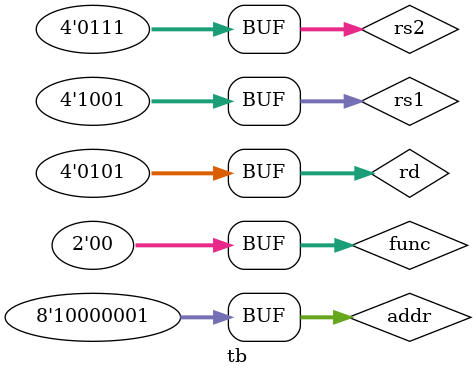
<source format=v>
`timescale 1ns / 1ps


module tb;


	// Inputs
	reg [3:0] rs1;
	reg [3:0] rs2;
	reg [3:0] rd;
	reg [7:0] addr;
	reg [1:0] func;
	reg clk1;
	reg clk2;

	// Outputs
	wire [15:0] z;
	integer k;

	// Instantiate the Unit Under Test (UUT)
	pipelining uut (
		.rs1(rs1), 
		.rs2(rs2), 
		.rd(rd), 
		.z(z), 
		.addr(addr), 
		.func(func), 
		.clk1(clk1), 
		.clk2(clk2)
	);
	
initial begin
#5 
rs1=5;
rs2=3;
rd=1;
func=0;
addr=125;
#20
rs1=6;
rs2=4;
rd=2;
func=1;
addr=126;
#20
rs1=7;
rs2=5;
rd=3;
func=0;
addr=127;
#20
rs1=8;
rs2=6;
rd=4;
func=1;
addr=128;
#20
rs1=9;
rs2=7;
rd=5;
func=0;
addr=129;
end


endmodule


</source>
